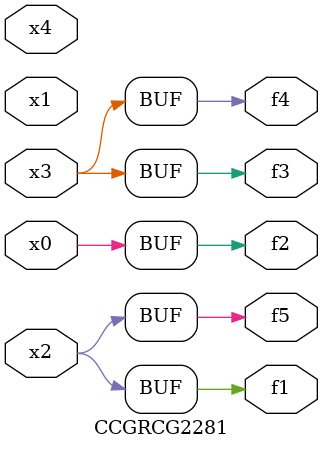
<source format=v>
module CCGRCG2281(
	input x0, x1, x2, x3, x4,
	output f1, f2, f3, f4, f5
);
	assign f1 = x2;
	assign f2 = x0;
	assign f3 = x3;
	assign f4 = x3;
	assign f5 = x2;
endmodule

</source>
